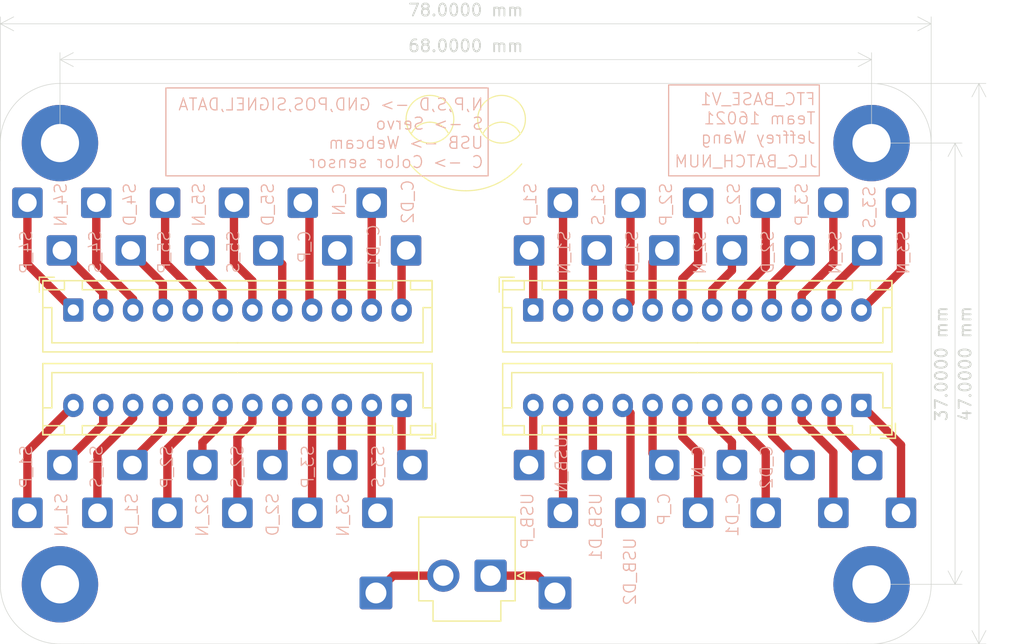
<source format=kicad_pcb>
(kicad_pcb (version 20240108) (generator "pcbnew") (generator_version "8.0")
  (layers (0 "F.Cu" signal) (31 "B.Cu" signal) (34 "B.Paste" user) (35 "F.Paste" user) (36 "B.SilkS" user "B.Silkscreen") (37 "F.SilkS" user "F.Silkscreen") (38 "B.Mask" user) (39 "F.Mask" user) (44 "Edge.Cuts" user))
  (net 0 "")
  (net 1 "Net-(C1-1-Pin_1)")
  (net 2 "Net-(C1-2-Pin_1)")
  (net 3 "Net-(C1-3-Pin_1)")
  (net 4 "Net-(C1-4-Pin_1)")
  (net 5 "Net-(C1-5-Pin_1)")
  (net 6 "Net-(C1-6-Pin_1)")
  (net 7 "Net-(C1-7-Pin_1)")
  (net 8 "Net-(C1-8-Pin_1)")
  (net 9 "Net-(C1-9-Pin_1)")
  (net 10 "Net-(C1-10-Pin_1)")
  (net 11 "Net-(C1-11-Pin_1)")
  (net 12 "Net-(C1-12-Pin_1)")
  (net 13 "Net-(C2-1-Pin_1)")
  (net 14 "Net-(C2-2-Pin_1)")
  (net 15 "Net-(C2-3-Pin_1)")
  (net 16 "Net-(C2-4-Pin_1)")
  (net 17 "Net-(C2-5-Pin_1)")
  (net 18 "Net-(C2-6-Pin_1)")
  (net 19 "Net-(C2-7-Pin_1)")
  (net 20 "Net-(C2-8-Pin_1)")
  (net 21 "Net-(C2-9-Pin_1)")
  (net 22 "Net-(C2-10-Pin_1)")
  (net 23 "Net-(C2-11-Pin_1)")
  (net 24 "Net-(C2-12-Pin_1)")
  (net 25 "Net-(C3-1-Pin_1)")
  (net 26 "Net-(C3-2-Pin_1)")
  (net 27 "Net-(C3-3-Pin_1)")
  (net 28 "Net-(C3-4-Pin_1)")
  (net 29 "Net-(C3-5-Pin_1)")
  (net 30 "Net-(C3-6-Pin_1)")
  (net 31 "Net-(C3-7-Pin_1)")
  (net 32 "Net-(C3-8-Pin_1)")
  (net 33 "Net-(C3-9-Pin_1)")
  (net 34 "Net-(C3-10-Pin_1)")
  (net 35 "Net-(C3-11-Pin_1)")
  (net 36 "Net-(C3-12-Pin_1)")
  (net 37 "Net-(C4-1-Pin_1)")
  (net 38 "Net-(C4-2-Pin_1)")
  (net 39 "Net-(C4-3-Pin_1)")
  (net 40 "Net-(C4-4-Pin_1)")
  (net 41 "Net-(C4-5-Pin_1)")
  (net 42 "Net-(C4-6-Pin_1)")
  (net 43 "Net-(C4-7-Pin_1)")
  (net 44 "Net-(C4-8-Pin_1)")
  (net 45 "Net-(C4-9-Pin_1)")
  (net 46 "Net-(C4-10-Pin_1)")
  (net 47 "Net-(C4-11-Pin_1)")
  (net 48 "Net-(C4-12-Pin_1)")
  (net 49 "Net-(C5-1-Pin_1)")
  (net 50 "Net-(C5-2-Pin_1)")
  (footprint "Connector_JST:JST_XH_B12B-XH-A_1x12_P2.50mm_Vertical" (layer "F.Cu") (at 218.653346 55)
    (property "Reference" "J2" (hide yes))
    (property "Value" "Conn_01x12_Pin")
    (pad "1" thru_hole roundrect (at 0 0) (size 1.7 1.95) (drill 0.95) (layers "*.Cu" "*.Mask") (roundrect_rratio 0.147059) (net 13 "Net-(C2-1-Pin_1)"))
    (pad "2" thru_hole oval (at 2.5 0) (size 1.7 1.95) (drill 0.95) (layers "*.Cu" "*.Mask") (net 14 "Net-(C2-2-Pin_1)"))
    (pad "3" thru_hole oval (at 5 0) (size 1.7 1.95) (drill 0.95) (layers "*.Cu" "*.Mask") (net 15 "Net-(C2-3-Pin_1)"))
    (pad "4" thru_hole oval (at 7.5 0) (size 1.7 1.95) (drill 0.95) (layers "*.Cu" "*.Mask") (net 16 "Net-(C2-4-Pin_1)"))
    (pad "5" thru_hole oval (at 10 0) (size 1.7 1.95) (drill 0.95) (layers "*.Cu" "*.Mask") (net 17 "Net-(C2-5-Pin_1)"))
    (pad "6" thru_hole oval (at 12.5 0) (size 1.7 1.95) (drill 0.95) (layers "*.Cu" "*.Mask") (net 18 "Net-(C2-6-Pin_1)"))
    (pad "7" thru_hole oval (at 15 0) (size 1.7 1.95) (drill 0.95) (layers "*.Cu" "*.Mask") (net 19 "Net-(C2-7-Pin_1)"))
    (pad "8" thru_hole oval (at 17.5 0) (size 1.7 1.95) (drill 0.95) (layers "*.Cu" "*.Mask") (net 20 "Net-(C2-8-Pin_1)"))
    (pad "9" thru_hole oval (at 20 0) (size 1.7 1.95) (drill 0.95) (layers "*.Cu" "*.Mask") (net 21 "Net-(C2-9-Pin_1)"))
    (pad "10" thru_hole oval (at 22.5 0) (size 1.7 1.95) (drill 0.95) (layers "*.Cu" "*.Mask") (net 22 "Net-(C2-10-Pin_1)"))
    (pad "11" thru_hole oval (at 25 0) (size 1.7 1.95) (drill 0.95) (layers "*.Cu" "*.Mask") (net 23 "Net-(C2-11-Pin_1)"))
    (pad "12" thru_hole oval (at 27.5 0) (size 1.7 1.95) (drill 0.95) (layers "*.Cu" "*.Mask") (net 24 "Net-(C2-12-Pin_1)"))
  )
  (footprint "Connector_JST:JST_XH_B12B-XH-A_1x12_P2.50mm_Vertical" (layer "F.Cu") (at 207.622724 63 180)
    (property "Reference" "J3" (hide yes))
    (property "Value" "Conn_01x12_Pin")
    (pad "1" thru_hole roundrect (at 0 0 180) (size 1.7 1.95) (drill 0.95) (layers "*.Cu" "*.Mask") (roundrect_rratio 0.147059) (net 37 "Net-(C4-1-Pin_1)"))
    (pad "2" thru_hole oval (at 2.5 0 180) (size 1.7 1.95) (drill 0.95) (layers "*.Cu" "*.Mask") (net 38 "Net-(C4-2-Pin_1)"))
    (pad "3" thru_hole oval (at 5 0 180) (size 1.7 1.95) (drill 0.95) (layers "*.Cu" "*.Mask") (net 39 "Net-(C4-3-Pin_1)"))
    (pad "4" thru_hole oval (at 7.5 0 180) (size 1.7 1.95) (drill 0.95) (layers "*.Cu" "*.Mask") (net 40 "Net-(C4-4-Pin_1)"))
    (pad "5" thru_hole oval (at 10 0 180) (size 1.7 1.95) (drill 0.95) (layers "*.Cu" "*.Mask") (net 41 "Net-(C4-5-Pin_1)"))
    (pad "6" thru_hole oval (at 12.5 0 180) (size 1.7 1.95) (drill 0.95) (layers "*.Cu" "*.Mask") (net 42 "Net-(C4-6-Pin_1)"))
    (pad "7" thru_hole oval (at 15 0 180) (size 1.7 1.95) (drill 0.95) (layers "*.Cu" "*.Mask") (net 43 "Net-(C4-7-Pin_1)"))
    (pad "8" thru_hole oval (at 17.5 0 180) (size 1.7 1.95) (drill 0.95) (layers "*.Cu" "*.Mask") (net 44 "Net-(C4-8-Pin_1)"))
    (pad "9" thru_hole oval (at 20 0 180) (size 1.7 1.95) (drill 0.95) (layers "*.Cu" "*.Mask") (net 45 "Net-(C4-9-Pin_1)"))
    (pad "10" thru_hole oval (at 22.5 0 180) (size 1.7 1.95) (drill 0.95) (layers "*.Cu" "*.Mask") (net 46 "Net-(C4-10-Pin_1)"))
    (pad "11" thru_hole oval (at 25 0 180) (size 1.7 1.95) (drill 0.95) (layers "*.Cu" "*.Mask") (net 47 "Net-(C4-11-Pin_1)"))
    (pad "12" thru_hole oval (at 27.5 0 180) (size 1.7 1.95) (drill 0.95) (layers "*.Cu" "*.Mask") (net 48 "Net-(C4-12-Pin_1)"))
  )
  (footprint "MountingHole:MountingHole_3.2mm_M3_Pad_TopBottom" (layer "F.Cu") (at 179 78)
    (property "Reference" "REF**" (hide yes))
    (property "Value" "MountingHole_3.2mm_M3_Pad_TopBottom" (hide yes))
    (pad "1" thru_hole circle (at 0 0) (size 3.6 3.6) (drill 3.2) (layers "*.Cu" "*.Mask"))
    (pad "1" connect circle (at 0 0) (size 6.4 6.4) (layers "F.Cu" "F.Mask"))
    (pad "1" connect circle (at 0 0) (size 6.4 6.4) (layers "B.Cu" "B.Mask"))
  )
  (footprint "MountingHole:MountingHole_3.2mm_M3_Pad_TopBottom" (layer "F.Cu") (at 179 41)
    (property "Reference" "REF**" (hide yes))
    (property "Value" "MountingHole_3.2mm_M3_Pad_TopBottom" (hide yes))
    (pad "1" thru_hole circle (at 0 0) (size 3.6 3.6) (drill 3.2) (layers "*.Cu" "*.Mask"))
    (pad "1" connect circle (at 0 0) (size 6.4 6.4) (layers "F.Cu" "F.Mask"))
    (pad "1" connect circle (at 0 0) (size 6.4 6.4) (layers "B.Cu" "B.Mask"))
  )
  (footprint "MountingHole:MountingHole_3.2mm_M3_Pad_TopBottom" (layer "F.Cu") (at 247 41)
    (property "Reference" "REF**" (hide yes))
    (property "Value" "MountingHole_3.2mm_M3_Pad_TopBottom" (hide yes))
    (pad "1" thru_hole circle (at 0 0) (size 3.6 3.6) (drill 3.2) (layers "*.Cu" "*.Mask"))
    (pad "1" connect circle (at 0 0) (size 6.4 6.4) (layers "F.Cu" "F.Mask"))
    (pad "1" connect circle (at 0 0) (size 6.4 6.4) (layers "B.Cu" "B.Mask"))
  )
  (footprint "Connector_JST:JST_XH_B12B-XH-A_1x12_P2.50mm_Vertical" (layer "F.Cu") (at 180.122724 55)
    (property "Reference" "J4" (hide yes))
    (property "Value" "Conn_01x12_Pin")
    (pad "1" thru_hole roundrect (at 0 0) (size 1.7 1.95) (drill 0.95) (layers "*.Cu" "*.Mask") (roundrect_rratio 0.147059) (net 25 "Net-(C3-1-Pin_1)"))
    (pad "2" thru_hole oval (at 2.5 0) (size 1.7 1.95) (drill 0.95) (layers "*.Cu" "*.Mask") (net 26 "Net-(C3-2-Pin_1)"))
    (pad "3" thru_hole oval (at 5 0) (size 1.7 1.95) (drill 0.95) (layers "*.Cu" "*.Mask") (net 27 "Net-(C3-3-Pin_1)"))
    (pad "4" thru_hole oval (at 7.5 0) (size 1.7 1.95) (drill 0.95) (layers "*.Cu" "*.Mask") (net 28 "Net-(C3-4-Pin_1)"))
    (pad "5" thru_hole oval (at 10 0) (size 1.7 1.95) (drill 0.95) (layers "*.Cu" "*.Mask") (net 29 "Net-(C3-5-Pin_1)"))
    (pad "6" thru_hole oval (at 12.5 0) (size 1.7 1.95) (drill 0.95) (layers "*.Cu" "*.Mask") (net 30 "Net-(C3-6-Pin_1)"))
    (pad "7" thru_hole oval (at 15 0) (size 1.7 1.95) (drill 0.95) (layers "*.Cu" "*.Mask") (net 31 "Net-(C3-7-Pin_1)"))
    (pad "8" thru_hole oval (at 17.5 0) (size 1.7 1.95) (drill 0.95) (layers "*.Cu" "*.Mask") (net 32 "Net-(C3-8-Pin_1)"))
    (pad "9" thru_hole oval (at 20 0) (size 1.7 1.95) (drill 0.95) (layers "*.Cu" "*.Mask") (net 33 "Net-(C3-9-Pin_1)"))
    (pad "10" thru_hole oval (at 22.5 0) (size 1.7 1.95) (drill 0.95) (layers "*.Cu" "*.Mask") (net 34 "Net-(C3-10-Pin_1)"))
    (pad "11" thru_hole oval (at 25 0) (size 1.7 1.95) (drill 0.95) (layers "*.Cu" "*.Mask") (net 35 "Net-(C3-11-Pin_1)"))
    (pad "12" thru_hole oval (at 27.5 0) (size 1.7 1.95) (drill 0.95) (layers "*.Cu" "*.Mask") (net 36 "Net-(C3-12-Pin_1)"))
  )
  (footprint "Connector_JST:JST_XH_B12B-XH-A_1x12_P2.50mm_Vertical" (layer "F.Cu") (at 246.153346 63 180)
    (property "Reference" "J1" (hide yes))
    (property "Value" "Conn_01x12_Pin")
    (pad "1" thru_hole roundrect (at 0 0 180) (size 1.7 1.95) (drill 0.95) (layers "*.Cu" "*.Mask") (roundrect_rratio 0.147059) (net 1 "Net-(C1-1-Pin_1)"))
    (pad "2" thru_hole oval (at 2.5 0 180) (size 1.7 1.95) (drill 0.95) (layers "*.Cu" "*.Mask") (net 2 "Net-(C1-2-Pin_1)"))
    (pad "3" thru_hole oval (at 5 0 180) (size 1.7 1.95) (drill 0.95) (layers "*.Cu" "*.Mask") (net 3 "Net-(C1-3-Pin_1)"))
    (pad "4" thru_hole oval (at 7.5 0 180) (size 1.7 1.95) (drill 0.95) (layers "*.Cu" "*.Mask") (net 4 "Net-(C1-4-Pin_1)"))
    (pad "5" thru_hole oval (at 10 0 180) (size 1.7 1.95) (drill 0.95) (layers "*.Cu" "*.Mask") (net 5 "Net-(C1-5-Pin_1)"))
    (pad "6" thru_hole oval (at 12.5 0 180) (size 1.7 1.95) (drill 0.95) (layers "*.Cu" "*.Mask") (net 6 "Net-(C1-6-Pin_1)"))
    (pad "7" thru_hole oval (at 15 0 180) (size 1.7 1.95) (drill 0.95) (layers "*.Cu" "*.Mask") (net 7 "Net-(C1-7-Pin_1)"))
    (pad "8" thru_hole oval (at 17.5 0 180) (size 1.7 1.95) (drill 0.95) (layers "*.Cu" "*.Mask") (net 8 "Net-(C1-8-Pin_1)"))
    (pad "9" thru_hole oval (at 20 0 180) (size 1.7 1.95) (drill 0.95) (layers "*.Cu" "*.Mask") (net 9 "Net-(C1-9-Pin_1)"))
    (pad "10" thru_hole oval (at 22.5 0 180) (size 1.7 1.95) (drill 0.95) (layers "*.Cu" "*.Mask") (net 10 "Net-(C1-10-Pin_1)"))
    (pad "11" thru_hole oval (at 25 0 180) (size 1.7 1.95) (drill 0.95) (layers "*.Cu" "*.Mask") (net 11 "Net-(C1-11-Pin_1)"))
    (pad "12" thru_hole oval (at 27.5 0 180) (size 1.7 1.95) (drill 0.95) (layers "*.Cu" "*.Mask") (net 12 "Net-(C1-12-Pin_1)"))
  )
  (footprint "Connector_JST:JST_VH_B2P-VH-B_1x02_P3.96mm_Vertical" (layer "F.Cu") (at 215.080832 77.275 180)
    (property "Reference" "J5" (hide yes))
    (property "Value" "Conn_01x02_Pin")
    (pad "1" thru_hole roundrect (at 0 0 180) (size 2.7 2.7) (drill 1.7) (layers "*.Cu" "*.Mask") (roundrect_rratio 0.092593) (net 49 "Net-(C5-1-Pin_1)"))
    (pad "2" thru_hole circle (at 3.96 0 180) (size 2.7 2.7) (drill 1.7) (layers "*.Cu" "*.Mask") (net 50 "Net-(C5-2-Pin_1)"))
  )
  (footprint "MountingHole:MountingHole_3.2mm_M3_Pad_TopBottom" (layer "F.Cu") (at 247 78)
    (property "Reference" "REF**" (hide yes))
    (property "Value" "MountingHole_3.2mm_M3_Pad_TopBottom" (hide yes))
    (pad "1" thru_hole circle (at 0 0) (size 3.6 3.6) (drill 3.2) (layers "*.Cu" "*.Mask"))
    (pad "1" connect circle (at 0 0) (size 6.4 6.4) (layers "F.Cu" "F.Mask"))
    (pad "1" connect circle (at 0 0) (size 6.4 6.4) (layers "B.Cu" "B.Mask"))
  )
  (footprint "Connector_Wire:SolderWire-0.75sqmm_1x01_D1.25mm_OD2.3mm" (layer "B.Cu") (at 176.272724 46)
    (property "Reference" "C3-1" (hide yes))
    (property "Value" "Conn_01x01_Pin" (hide yes))
    (pad "1" thru_hole roundrect (at 0 0) (size 2.55 2.55) (drill 1.55) (layers "*.Cu" "*.Mask") (roundrect_rratio 0.098039) (net 25 "Net-(C3-1-Pin_1)"))
  )
  (footprint "Connector_Wire:SolderWire-0.75sqmm_1x01_D1.25mm_OD2.3mm" (layer "B.Cu") (at 190.694209 50 -90)
    (property "Reference" "C3-6" (hide yes))
    (property "Value" "Conn_01x01_Pin" (hide yes))
    (pad "1" thru_hole roundrect (at 0 0 270) (size 2.55 2.55) (drill 1.55) (layers "*.Cu" "*.Mask") (roundrect_rratio 0.098039) (net 30 "Net-(C3-6-Pin_1)"))
  )
  (footprint "Connector_Wire:SolderWire-0.75sqmm_1x01_D1.25mm_OD2.3mm" (layer "B.Cu") (at 196.80007 68 90)
    (property "Reference" "C4-5" (hide yes))
    (property "Value" "Conn_01x01_Pin" (hide yes))
    (pad "1" thru_hole roundrect (at 0 0 90) (size 2.55 2.55) (drill 1.55) (layers "*.Cu" "*.Mask") (roundrect_rratio 0.098039) (net 41 "Net-(C4-5-Pin_1)"))
  )
  (footprint "Connector_Wire:SolderWire-0.75sqmm_1x01_D1.25mm_OD2.3mm" (layer "B.Cu") (at 205.597504 72 90)
    (property "Reference" "C4-2" (hide yes))
    (property "Value" "Conn_01x01_Pin" (hide yes))
    (pad "1" thru_hole roundrect (at 0 0 90) (size 2.55 2.55) (drill 1.55) (layers "*.Cu" "*.Mask") (roundrect_rratio 0.098039) (net 38 "Net-(C4-2-Pin_1)"))
  )
  (footprint "Connector_Wire:SolderWire-0.75sqmm_1x01_D1.25mm_OD2.3mm" (layer "B.Cu") (at 240.97001 68 90)
    (property "Reference" "C1-4" (hide yes))
    (property "Value" "Conn_01x01_Pin" (hide yes))
    (pad "1" thru_hole roundrect (at 0 0 90) (size 2.55 2.55) (drill 1.55) (layers "*.Cu" "*.Mask") (roundrect_rratio 0.098039) (net 4 "Net-(C1-4-Pin_1)"))
  )
  (footprint "Connector_Wire:SolderWire-0.75sqmm_1x01_D1.25mm_OD2.3mm" (layer "B.Cu") (at 229.636678 50 -90)
    (property "Reference" "C2-5" (hide yes))
    (property "Value" "Conn_01x01_Pin" (hide yes))
    (pad "1" thru_hole roundrect (at 0 0 270) (size 2.55 2.55) (drill 1.55) (layers "*.Cu" "*.Mask") (roundrect_rratio 0.098039) (net 17 "Net-(C2-5-Pin_1)"))
  )
  (footprint "Connector_Wire:SolderWire-0.75sqmm_1x01_D1.25mm_OD2.3mm" (layer "B.Cu") (at 218.303346 68)
    (property "Reference" "C1-12" (hide yes))
    (property "Value" "Conn_01x01_Pin" (hide yes))
    (pad "1" thru_hole roundrect (at 0 0) (size 2.55 2.55) (drill 1.55) (layers "*.Cu" "*.Mask") (roundrect_rratio 0.098039) (net 12 "Net-(C1-12-Pin_1)"))
  )
  (footprint "Connector_Wire:SolderWire-0.75sqmm_1x01_D1.25mm_OD2.3mm" (layer "B.Cu") (at 190.935114 68 90)
    (property "Reference" "C4-7" (hide yes))
    (property "Value" "Conn_01x01_Pin" (hide yes))
    (pad "1" thru_hole roundrect (at 0 0 90) (size 2.55 2.55) (drill 1.55) (layers "*.Cu" "*.Mask") (roundrect_rratio 0.098039) (net 43 "Net-(C4-7-Pin_1)"))
  )
  (footprint "Connector_Wire:SolderWire-0.75sqmm_1x01_D1.25mm_OD2.3mm" (layer "B.Cu") (at 187.809912 46 -90)
    (property "Reference" "C3-5" (hide yes))
    (property "Value" "Conn_01x01_Pin" (hide yes))
    (pad "1" thru_hole roundrect (at 0 0 270) (size 2.55 2.55) (drill 1.55) (layers "*.Cu" "*.Mask") (roundrect_rratio 0.098039) (net 29 "Net-(C3-5-Pin_1)"))
  )
  (footprint "Connector_Wire:SolderWire-0.75sqmm_1x01_D1.25mm_OD2.3mm" (layer "B.Cu") (at 179.157021 50 -90)
    (property "Reference" "C3-2" (hide yes))
    (property "Value" "Conn_01x01_Pin" (hide yes))
    (pad "1" thru_hole roundrect (at 0 0 270) (size 2.55 2.55) (drill 1.55) (layers "*.Cu" "*.Mask") (roundrect_rratio 0.098039) (net 26 "Net-(C3-2-Pin_1)"))
  )
  (footprint "Connector_Wire:SolderWire-0.75sqmm_1x01_D1.25mm_OD2.3mm" (layer "B.Cu") (at 182.13768 72 90)
    (property "Reference" "C4-10" (hide yes))
    (property "Value" "Conn_01x01_Pin" (hide yes))
    (pad "1" thru_hole roundrect (at 0 0 90) (size 2.55 2.55) (drill 1.55) (layers "*.Cu" "*.Mask") (roundrect_rratio 0.098039) (net 46 "Net-(C4-10-Pin_1)"))
  )
  (footprint "Connector_Wire:SolderWire-0.75sqmm_1x01_D1.25mm_OD2.3mm" (layer "B.Cu") (at 226.803345 46 -90)
    (property "Reference" "C2-4" (hide yes))
    (property "Value" "Conn_01x01_Pin" (hide yes))
    (pad "1" thru_hole roundrect (at 0 0 270) (size 2.55 2.55) (drill 1.55) (layers "*.Cu" "*.Mask") (roundrect_rratio 0.098039) (net 16 "Net-(C2-4-Pin_1)"))
  )
  (footprint "Connector_Wire:SolderWire-0.75sqmm_1x01_D1.25mm_OD2.3mm" (layer "B.Cu") (at 223.970012 68 90)
    (property "Reference" "C1-10" (hide yes))
    (property "Value" "Conn_01x01_Pin" (hide yes))
    (pad "1" thru_hole roundrect (at 0 0 90) (size 2.55 2.55) (drill 1.55) (layers "*.Cu" "*.Mask") (roundrect_rratio 0.098039) (net 10 "Net-(C1-10-Pin_1)"))
  )
  (footprint "Connector_Wire:SolderWire-0.75sqmm_1x01_D1.25mm_OD2.3mm" (layer "B.Cu") (at 235.303344 68 90)
    (property "Reference" "C1-6" (hide yes))
    (property "Value" "Conn_01x01_Pin" (hide yes))
    (pad "1" thru_hole roundrect (at 0 0 90) (size 2.55 2.55) (drill 1.55) (layers "*.Cu" "*.Mask") (roundrect_rratio 0.098039) (net 6 "Net-(C1-6-Pin_1)"))
  )
  (footprint "Connector_Wire:SolderWire-0.75sqmm_1x01_D1.25mm_OD2.3mm" (layer "B.Cu") (at 249.470009 46 -90)
    (property "Reference" "C2-12" (hide yes))
    (property "Value" "Conn_01x01_Pin" (hide yes))
    (pad "1" thru_hole roundrect (at 0 0 270) (size 2.55 2.55) (drill 1.55) (layers "*.Cu" "*.Mask") (roundrect_rratio 0.098039) (net 24 "Net-(C2-12-Pin_1)"))
  )
  (footprint "Connector_Wire:SolderWire-0.75sqmm_1x01_D1.25mm_OD2.3mm" (layer "B.Cu") (at 246.636676 68 90)
    (property "Reference" "C1-2" (hide yes))
    (property "Value" "Conn_01x01_Pin" (hide yes))
    (pad "1" thru_hole roundrect (at 0 0 90) (size 2.55 2.55) (drill 1.55) (layers "*.Cu" "*.Mask") (roundrect_rratio 0.098039) (net 2 "Net-(C1-2-Pin_1)"))
  )
  (footprint "Connector_Wire:SolderWire-0.75sqmm_1x01_D1.25mm_OD2.3mm" (layer "B.Cu") (at 238.136677 46 -90)
    (property "Reference" "C2-8" (hide yes))
    (property "Value" "Conn_01x01_Pin" (hide yes))
    (pad "1" thru_hole roundrect (at 0 0 270) (size 2.55 2.55) (drill 1.55) (layers "*.Cu" "*.Mask") (roundrect_rratio 0.098039) (net 20 "Net-(C2-8-Pin_1)"))
  )
  (footprint "Connector_Wire:SolderWire-0.75sqmm_1x01_D1.25mm_OD2.3mm" (layer "B.Cu") (at 243.803343 72 90)
    (property "Reference" "C1-3" (hide yes))
    (property "Value" "Conn_01x01_Pin" (hide yes))
    (pad "1" thru_hole roundrect (at 0 0 90) (size 2.55 2.55) (drill 1.55) (layers "*.Cu" "*.Mask") (roundrect_rratio 0.098039) (net 3 "Net-(C1-3-Pin_1)"))
  )
  (footprint "Connector_Wire:SolderWire-1sqmm_1x01_D1.4mm_OD2.7mm" (layer "B.Cu") (at 220.475 78.725 90)
    (property "Reference" "C5-1" (hide yes))
    (property "Value" "Conn_01x01_Pin" (hide yes))
    (pad "1" thru_hole roundrect (at 0 0 90) (size 2.75 2.75) (drill 1.75) (layers "*.Cu" "*.Mask") (roundrect_rratio 0.090909) (net 49 "Net-(C5-1-Pin_1)"))
  )
  (footprint "Connector_Wire:SolderWire-0.75sqmm_1x01_D1.25mm_OD2.3mm" (layer "B.Cu") (at 226.803345 72 90)
    (property "Reference" "C1-9" (hide yes))
    (property "Value" "Conn_01x01_Pin" (hide yes))
    (pad "1" thru_hole roundrect (at 0 0 90) (size 2.55 2.55) (drill 1.55) (layers "*.Cu" "*.Mask") (roundrect_rratio 0.098039) (net 9 "Net-(C1-9-Pin_1)"))
  )
  (footprint "Connector_Wire:SolderWire-0.75sqmm_1x01_D1.25mm_OD2.3mm" (layer "B.Cu") (at 199.732548 72 90)
    (property "Reference" "C4-4" (hide yes))
    (property "Value" "Conn_01x01_Pin" (hide yes))
    (pad "1" thru_hole roundrect (at 0 0 90) (size 2.55 2.55) (drill 1.55) (layers "*.Cu" "*.Mask") (roundrect_rratio 0.098039) (net 40 "Net-(C4-4-Pin_1)"))
  )
  (footprint "Connector_Wire:SolderWire-0.75sqmm_1x01_D1.25mm_OD2.3mm" (layer "B.Cu") (at 218.303345 50)
    (property "Reference" "C2-1" (hide yes))
    (property "Value" "Conn_01x01_Pin" (hide yes))
    (pad "1" thru_hole roundrect (at 0 0) (size 2.55 2.55) (drill 1.55) (layers "*.Cu" "*.Mask") (roundrect_rratio 0.098039) (net 13 "Net-(C2-1-Pin_1)"))
  )
  (footprint "Connector_Wire:SolderWire-0.75sqmm_1x01_D1.25mm_OD2.3mm" (layer "B.Cu") (at 221.136679 72 90)
    (property "Reference" "C1-11" (hide yes))
    (property "Value" "Conn_01x01_Pin" (hide yes))
    (pad "1" thru_hole roundrect (at 0 0 90) (size 2.55 2.55) (drill 1.55) (layers "*.Cu" "*.Mask") (roundrect_rratio 0.098039) (net 11 "Net-(C1-11-Pin_1)"))
  )
  (footprint "Connector_Wire:SolderWire-0.75sqmm_1x01_D1.25mm_OD2.3mm" (layer "B.Cu") (at 185.070158 68 90)
    (property "Reference" "C4-9" (hide yes))
    (property "Value" "Conn_01x01_Pin" (hide yes))
    (pad "1" thru_hole roundrect (at 0 0 90) (size 2.55 2.55) (drill 1.55) (layers "*.Cu" "*.Mask") (roundrect_rratio 0.098039) (net 45 "Net-(C4-9-Pin_1)"))
  )
  (footprint "Connector_Wire:SolderWire-0.75sqmm_1x01_D1.25mm_OD2.3mm" (layer "B.Cu") (at 208.529982 68 90)
    (property "Reference" "C4-1" (hide yes))
    (property "Value" "Conn_01x01_Pin" (hide yes))
    (pad "1" thru_hole roundrect (at 0 0 90) (size 2.55 2.55) (drill 1.55) (layers "*.Cu" "*.Mask") (roundrect_rratio 0.098039) (net 37 "Net-(C4-1-Pin_1)"))
  )
  (footprint "Connector_Wire:SolderWire-0.75sqmm_1x01_D1.25mm_OD2.3mm" (layer "B.Cu") (at 249.470009 72 90)
    (property "Reference" "C1-1" (hide yes))
    (property "Value" "Conn_01x01_Pin" (hide yes))
    (pad "1" thru_hole roundrect (at 0 0 90) (size 2.55 2.55) (drill 1.55) (layers "*.Cu" "*.Mask") (roundrect_rratio 0.098039) (net 1 "Net-(C1-1-Pin_1)"))
  )
  (footprint "Connector_Wire:SolderWire-0.75sqmm_1x01_D1.25mm_OD2.3mm" (layer "B.Cu") (at 221.136679 46 -90)
    (property "Reference" "C2-2" (hide yes))
    (property "Value" "Conn_01x01_Pin" (hide yes))
    (pad "1" thru_hole roundrect (at 0 0 270) (size 2.55 2.55) (drill 1.55) (layers "*.Cu" "*.Mask") (roundrect_rratio 0.098039) (net 14 "Net-(C2-2-Pin_1)"))
  )
  (footprint "Connector_Wire:SolderWire-0.75sqmm_1x01_D1.25mm_OD2.3mm" (layer "B.Cu") (at 193.578506 46 -90)
    (property "Reference" "C3-7" (hide yes))
    (property "Value" "Conn_01x01_Pin" (hide yes))
    (pad "1" thru_hole roundrect (at 0 0 270) (size 2.55 2.55) (drill 1.55) (layers "*.Cu" "*.Mask") (roundrect_rratio 0.098039) (net 31 "Net-(C3-7-Pin_1)"))
  )
  (footprint "Connector_Wire:SolderWire-0.75sqmm_1x01_D1.25mm_OD2.3mm" (layer "B.Cu") (at 205.115694 46 -90)
    (property "Reference" "C3-11" (hide yes))
    (property "Value" "Conn_01x01_Pin" (hide yes))
    (pad "1" thru_hole roundrect (at 0 0 270) (size 2.55 2.55) (drill 1.55) (layers "*.Cu" "*.Mask") (roundrect_rratio 0.098039) (net 35 "Net-(C3-11-Pin_1)"))
  )
  (footprint "Connector_Wire:SolderWire-0.75sqmm_1x01_D1.25mm_OD2.3mm" (layer "B.Cu") (at 176.272724 72)
    (property "Reference" "C4-12" (hide yes))
    (property "Value" "Conn_01x01_Pin" (hide yes))
    (pad "1" thru_hole roundrect (at 0 0) (size 2.55 2.55) (drill 1.55) (layers "*.Cu" "*.Mask") (roundrect_rratio 0.098039) (net 48 "Net-(C4-12-Pin_1)"))
  )
  (footprint "Connector_Wire:SolderWire-0.75sqmm_1x01_D1.25mm_OD2.3mm" (layer "B.Cu") (at 232.470011 46 -90)
    (property "Reference" "C2-6" (hide yes))
    (property "Value" "Conn_01x01_Pin" (hide yes))
    (pad "1" thru_hole roundrect (at 0 0 270) (size 2.55 2.55) (drill 1.55) (layers "*.Cu" "*.Mask") (roundrect_rratio 0.098039) (net 18 "Net-(C2-6-Pin_1)"))
  )
  (footprint "Connector_Wire:SolderWire-0.75sqmm_1x01_D1.25mm_OD2.3mm" (layer "B.Cu") (at 182.041318 46 -90)
    (property "Reference" "C3-3" (hide yes))
    (property "Value" "Conn_01x01_Pin" (hide yes))
    (pad "1" thru_hole roundrect (at 0 0 270) (size 2.55 2.55) (drill 1.55) (layers "*.Cu" "*.Mask") (roundrect_rratio 0.098039) (net 27 "Net-(C3-3-Pin_1)"))
  )
  (footprint "Connector_Wire:SolderWire-0.75sqmm_1x01_D1.25mm_OD2.3mm" (layer "B.Cu") (at 196.462803 50 -90)
    (property "Reference" "C3-8" (hide yes))
    (property "Value" "Conn_01x01_Pin" (hide yes))
    (pad "1" thru_hole roundrect (at 0 0 270) (size 2.55 2.55) (drill 1.55) (layers "*.Cu" "*.Mask") (roundrect_rratio 0.098039) (net 32 "Net-(C3-8-Pin_1)"))
  )
  (footprint "Connector_Wire:SolderWire-0.75sqmm_1x01_D1.25mm_OD2.3mm" (layer "B.Cu") (at 179.205202 68 90)
    (property "Reference" "C4-11" (hide yes))
    (property "Value" "Conn_01x01_Pin" (hide yes))
    (pad "1" thru_hole roundrect (at 0 0 90) (size 2.55 2.55) (drill 1.55) (layers "*.Cu" "*.Mask") (roundrect_rratio 0.098039) (net 47 "Net-(C4-11-Pin_1)"))
  )
  (footprint "Connector_Wire:SolderWire-1sqmm_1x01_D1.4mm_OD2.7mm" (layer "B.Cu") (at 205.475 78.725 90)
    (property "Reference" "C5-2" (hide yes))
    (property "Value" "Conn_01x01_Pin" (hide yes))
    (pad "1" thru_hole roundrect (at 0 0 90) (size 2.75 2.75) (drill 1.75) (layers "*.Cu" "*.Mask") (roundrect_rratio 0.090909) (net 50 "Net-(C5-2-Pin_1)"))
  )
  (footprint "Connector_Wire:SolderWire-0.75sqmm_1x01_D1.25mm_OD2.3mm" (layer "B.Cu") (at 193.867592 72 90)
    (property "Reference" "C4-6" (hide yes))
    (property "Value" "Conn_01x01_Pin" (hide yes))
    (pad "1" thru_hole roundrect (at 0 0 90) (size 2.55 2.55) (drill 1.55) (layers "*.Cu" "*.Mask") (roundrect_rratio 0.098039) (net 42 "Net-(C4-6-Pin_1)"))
  )
  (footprint "Connector_Wire:SolderWire-0.75sqmm_1x01_D1.25mm_OD2.3mm" (layer "B.Cu") (at 235.303344 50 -90)
    (property "Reference" "C2-7" (hide yes))
    (property "Value" "Conn_01x01_Pin" (hide yes))
    (pad "1" thru_hole roundrect (at 0 0 270) (size 2.55 2.55) (drill 1.55) (layers "*.Cu" "*.Mask") (roundrect_rratio 0.098039) (net 19 "Net-(C2-7-Pin_1)"))
  )
  (footprint "Connector_Wire:SolderWire-0.75sqmm_1x01_D1.25mm_OD2.3mm" (layer "B.Cu") (at 229.636678 68 90)
    (property "Reference" "C1-8" (hide yes))
    (property "Value" "Conn_01x01_Pin" (hide yes))
    (pad "1" thru_hole roundrect (at 0 0 90) (size 2.55 2.55) (drill 1.55) (layers "*.Cu" "*.Mask") (roundrect_rratio 0.098039) (net 8 "Net-(C1-8-Pin_1)"))
  )
  (footprint "Connector_Wire:SolderWire-0.75sqmm_1x01_D1.25mm_OD2.3mm" (layer "B.Cu") (at 199.3471 46 -90)
    (property "Reference" "C3-9" (hide yes))
    (property "Value" "Conn_01x01_Pin" (hide yes))
    (pad "1" thru_hole roundrect (at 0 0 270) (size 2.55 2.55) (drill 1.55) (layers "*.Cu" "*.Mask") (roundrect_rratio 0.098039) (net 33 "Net-(C3-9-Pin_1)"))
  )
  (footprint "Connector_Wire:SolderWire-0.75sqmm_1x01_D1.25mm_OD2.3mm" (layer "B.Cu") (at 207.999991 50 -90)
    (property "Reference" "C3-12" (hide yes))
    (property "Value" "Conn_01x01_Pin" (hide yes))
    (pad "1" thru_hole roundrect (at 0 0 270) (size 2.55 2.55) (drill 1.55) (layers "*.Cu" "*.Mask") (roundrect_rratio 0.098039) (net 36 "Net-(C3-12-Pin_1)"))
  )
  (footprint "Connector_Wire:SolderWire-0.75sqmm_1x01_D1.25mm_OD2.3mm" (layer "B.Cu") (at 184.925615 50 -90)
    (property "Reference" "C3-4" (hide yes))
    (property "Value" "Conn_01x01_Pin" (hide yes))
    (pad "1" thru_hole roundrect (at 0 0 270) (size 2.55 2.55) (drill 1.55) (layers "*.Cu" "*.Mask") (roundrect_rratio 0.098039) (net 28 "Net-(C3-4-Pin_1)"))
  )
  (footprint "Connector_Wire:SolderWire-0.75sqmm_1x01_D1.25mm_OD2.3mm" (layer "B.Cu") (at 223.970012 50 -90)
    (property "Reference" "C2-3" (hide yes))
    (property "Value" "Conn_01x01_Pin" (hide yes))
    (pad "1" thru_hole roundrect (at 0 0 270) (size 2.55 2.55) (drill 1.55) (layers "*.Cu" "*.Mask") (roundrect_rratio 0.098039) (net 15 "Net-(C2-3-Pin_1)"))
  )
  (footprint "Connector_Wire:SolderWire-0.75sqmm_1x01_D1.25mm_OD2.3mm" (layer "B.Cu") (at 243.803343 46 -90)
    (property "Reference" "C2-10" (hide yes))
    (property "Value" "Conn_01x01_Pin" (hide yes))
    (pad "1" thru_hole roundrect (at 0 0 270) (size 2.55 2.55) (drill 1.55) (layers "*.Cu" "*.Mask") (roundrect_rratio 0.098039) (net 22 "Net-(C2-10-Pin_1)"))
  )
  (footprint "Connector_Wire:SolderWire-0.75sqmm_1x01_D1.25mm_OD2.3mm" (layer "B.Cu") (at 188.002636 72 90)
    (property "Reference" "C4-8" (hide yes))
    (property "Value" "Conn_01x01_Pin" (hide yes))
    (pad "1" thru_hole roundrect (at 0 0 90) (size 2.55 2.55) (drill 1.55) (layers "*.Cu" "*.Mask") (roundrect_rratio 0.098039) (net 44 "Net-(C4-8-Pin_1)"))
  )
  (footprint "Connector_Wire:SolderWire-0.75sqmm_1x01_D1.25mm_OD2.3mm" (layer "B.Cu") (at 232.470011 72 90)
    (property "Reference" "C1-7" (hide yes))
    (property "Value" "Conn_01x01_Pin" (hide yes))
    (pad "1" thru_hole roundrect (at 0 0 90) (size 2.55 2.55) (drill 1.55) (layers "*.Cu" "*.Mask") (roundrect_rratio 0.098039) (net 7 "Net-(C1-7-Pin_1)"))
  )
  (footprint "Connector_Wire:SolderWire-0.75sqmm_1x01_D1.25mm_OD2.3mm" (layer "B.Cu") (at 238.136677 72 90)
    (property "Reference" "C1-5" (hide yes))
    (property "Value" "Conn_01x01_Pin" (hide yes))
    (pad "1" thru_hole roundrect (at 0 0 90) (size 2.55 2.55) (drill 1.55) (layers "*.Cu" "*.Mask") (roundrect_rratio 0.098039) (net 5 "Net-(C1-5-Pin_1)"))
  )
  (footprint "Connector_Wire:SolderWire-0.75sqmm_1x01_D1.25mm_OD2.3mm" (layer "B.Cu") (at 240.97001 50 -90)
    (property "Reference" "C2-9" (hide yes))
    (property "Value" "Conn_01x01_Pin" (hide yes))
    (pad "1" thru_hole roundrect (at 0 0 270) (size 2.55 2.55) (drill 1.55) (layers "*.Cu" "*.Mask") (roundrect_rratio 0.098039) (net 21 "Net-(C2-9-Pin_1)"))
  )
  (footprint "Connector_Wire:SolderWire-0.75sqmm_1x01_D1.25mm_OD2.3mm" (layer "B.Cu") (at 246.636676 50 -90)
    (property "Reference" "C2-11" (hide yes))
    (property "Value" "Conn_01x01_Pin" (hide yes))
    (pad "1" thru_hole roundrect (at 0 0 270) (size 2.55 2.55) (drill 1.55) (layers "*.Cu" "*.Mask") (roundrect_rratio 0.098039) (net 23 "Net-(C2-11-Pin_1)"))
  )
  (footprint "Connector_Wire:SolderWire-0.75sqmm_1x01_D1.25mm_OD2.3mm" (layer "B.Cu") (at 202.665026 68 90)
    (property "Reference" "C4-3" (hide yes))
    (property "Value" "Conn_01x01_Pin" (hide yes))
    (pad "1" thru_hole roundrect (at 0 0 90) (size 2.55 2.55) (drill 1.55) (layers "*.Cu" "*.Mask") (roundrect_rratio 0.098039) (net 39 "Net-(C4-3-Pin_1)"))
  )
  (footprint "Connector_Wire:SolderWire-0.75sqmm_1x01_D1.25mm_OD2.3mm" (layer "B.Cu") (at 202.231397 50 -90)
    (property "Reference" "C3-10" (hide yes))
    (property "Value" "Conn_01x01_Pin" (hide yes))
    (pad "1" thru_hole roundrect (at 0 0 270) (size 2.55 2.55) (drill 1.55) (layers "*.Cu" "*.Mask") (roundrect_rratio 0.098039) (net 34 "Net-(C3-10-Pin_1)"))
  )
  (gr_rect (start 230 36.125) (end 242.625 43.75) (stroke (width 0.1)) (fill none) (layer "B.SilkS"))
  (gr_rect (start 187.875 36.375) (end 214.875 43.75) (stroke (width 0.1)) (fill none) (layer "B.SilkS"))
  (gr_arc (start 217.685213 42.74817) (mid 215.599132 44.407819) (end 213 45) (stroke (width 0.1)) (layer "F.SilkS"))
  (gr_circle (center 216 39) (end 216 37) (stroke (width 0.1)) (fill none) (layer "F.SilkS"))
  (gr_circle (center 210 39) (end 212 39) (stroke (width 0.1)) (fill none) (layer "F.SilkS"))
  (gr_arc (start 214.434752 40.217376) (mid 215.07997 39.511361) (end 216 39.25) (stroke (width 0.1)) (layer "F.SilkS"))
  (gr_arc (start 208.434752 40.217376) (mid 209.07997 39.511361) (end 210 39.25) (stroke (width 0.1)) (layer "F.SilkS"))
  (gr_arc (start 213 45) (mid 210.400867 44.407819) (end 208.314787 42.74817) (stroke (width 0.1)) (layer "F.SilkS"))
  (gr_arc (start 210 39.25) (mid 210.920029 39.511361) (end 211.565248 40.217376) (stroke (width 0.1)) (layer "F.SilkS"))
  (gr_arc (start 216 39.25) (mid 216.920029 39.511361) (end 217.565248 40.217376) (stroke (width 0.1)) (layer "F.SilkS"))
  (gr_line (start 174 41) (end 174 78) (stroke (width 0.05)) (layer "Edge.Cuts"))
  (gr_line (start 247 36) (end 179 36) (stroke (width 0.05)) (layer "Edge.Cuts"))
  (gr_arc (start 179 83) (mid 175.464466 81.535534) (end 174 78) (stroke (width 0.05)) (layer "Edge.Cuts"))
  (gr_line (start 245 83) (end 181 83) (stroke (width 0.05)) (layer "Edge.Cuts"))
  (gr_line (start 247 83) (end 245 83) (stroke (width 0.05)) (layer "Edge.Cuts"))
  (gr_line (start 252 78) (end 252 41) (stroke (width 0.05)) (layer "Edge.Cuts"))
  (gr_arc (start 252 78) (mid 250.535534 81.535534) (end 247 83) (stroke (width 0.05)) (layer "Edge.Cuts"))
  (gr_arc (start 174 41) (mid 175.464466 37.464466) (end 179 36) (stroke (width 0.05)) (layer "Edge.Cuts"))
  (gr_arc (start 247 36) (mid 250.535534 37.464466) (end 252 41) (stroke (width 0.05)) (layer "Edge.Cuts"))
  (gr_line (start 181 83) (end 179 83) (stroke (width 0.05)) (layer "Edge.Cuts"))
  (gr_text "S4_S" (at 182.537878 48.25 90) (layer "B.SilkS") (effects (font (size 1 1) (thickness 0.1)) (justify left bottom mirror)))
  (gr_text "S2_D" (at 238.886363 48.25 90) (layer "B.SilkS") (effects (font (size 1 1) (thickness 0.1)) (justify left bottom mirror)))
  (gr_text "C_D1" (at 235.931816 70.25 90) (layer "B.SilkS") (effects (font (size 1 1) (thickness 0.1)) (justify left bottom mirror)))
  (gr_text "S2_P" (at 188.55 66.25 90) (layer "B.SilkS") (effects (font (size 1 1) (thickness 0.1)) (justify left bottom mirror)))
  (gr_text "S2_N" (at 233.204545 48.25 90) (layer "B.SilkS") (effects (font (size 1 1) (thickness 0.1)) (justify left bottom mirror)))
  (gr_text "S3_N" (at 203.3 70.25 90) (layer "B.SilkS") (effects (font (size 1 1) (thickness 0.1)) (justify left bottom mirror)))
  (gr_text "S3_N" (at 250.25 48.25 90) (layer "B.SilkS") (effects (font (size 1 1) (thickness 0.1)) (justify left bottom mirror)))
  (gr_text "S1_S" (at 224.681818 44.25 90) (layer "B.SilkS") (effects (font (size 1 1) (thickness 0.1)) (justify left bottom mirror)))
  (gr_text "S2_S" (at 194.45 66.25 90) (layer "B.SilkS") (effects (font (size 1 1) (thickness 0.1)) (justify left bottom mirror)))
  (gr_text "N,P,S,D -> GND,POS,SIGNEL,DATA\nS -> Servo\nUSB -> Webcam\nC -> Color sensor" (at 214.55 43.175 0) (layer "B.SilkS") (effects (font (size 1 1) (thickness 0.1)) (justify left bottom mirror)))
  (gr_text "C_N" (at 202.962121 44.25 90) (layer "B.SilkS") (effects (font (size 1 1) (thickness 0.1)) (justify left bottom mirror)))
  (gr_text "C_P" (at 230.204544 70.25 90) (layer "B.SilkS") (effects (font (size 1 1) (thickness 0.1)) (justify left bottom mirror)))
  (gr_text "USB_D2" (at 227.340908 74 90) (layer "B.SilkS") (effects (font (size 1 1) (thickness 0.1)) (justify left bottom mirror)))
  (gr_text "S2_S" (at 236.045454 44.25 90) (layer "B.SilkS") (effects (font (size 1 1) (thickness 0.1)) (justify left bottom mirror)))
  (gr_text "FTC_BASE_V1\nTeam 16021\nJeffrey Wang" (at 242.375 41.125 0) (layer "B.SilkS") (effects (font (size 1 1) (thickness 0.1)) (justify left bottom mirror)))
  (gr_text "S4_D" (at 185.431818 44.25 90) (layer "B.SilkS") (effects (font (size 1 1) (thickness 0.1)) (justify left bottom mirror)))
  (gr_text "C_D2" (at 208.725 44 90) (layer "B.SilkS") (effects (font (size 1 1) (thickness 0.1)) (justify left bottom mirror)))
  (gr_text "S5_P" (at 188.318182 48.25 90) (layer "B.SilkS") (effects (font (size 1 1) (thickness 0.1)) (justify left bottom mirror)))
  (gr_text "S1_P" (at 176.75 66.25 90) (layer "B.SilkS") (effects (font (size 1 1) (thickness 0.1)) (justify left bottom mirror)))
  (gr_text "S4_N\n" (at 179.643939 44.25 90) (layer "B.SilkS") (effects (font (size 1 1) (thickness 0.1)) (justify left bottom mirror)))
  (gr_text "S1_S" (at 182.65 66.25 90) (layer "B.SilkS") (effects (font (size 1 1) (thickness 0.1)) (justify left bottom mirror)))
  (gr_text "USB_D1" (at 224.477272 70.25 90) (layer "B.SilkS") (effects (font (size 1 1) (thickness 0.1)) (justify left bottom mirror)))
  (gr_text "S3_S" (at 206.25 66.25 90) (layer "B.SilkS") (effects (font (size 1 1) (thickness 0.1)) (justify left bottom mirror)))
  (gr_text "C_P" (at 200.068182 48.25 90) (layer "B.SilkS") (effects (font (size 1 1) (thickness 0.1)) (justify left bottom mirror)))
  (gr_text "C_N" (at 233.06818 66.25 90) (layer "B.SilkS") (effects (font (size 1 1) (thickness 0.1)) (justify left bottom mirror)))
  (gr_text "S3_P" (at 200.35 66.25 90) (layer "B.SilkS") (effects (font (size 1 1) (thickness 0.1)) (justify left bottom mirror)))
  (gr_text "S1_D" (at 185.6 70.25 90) (layer "B.SilkS") (effects (font (size 1 1) (thickness 0.1)) (justify left bottom mirror)))
  (gr_text "USB_P" (at 218.75 70.25 90) (layer "B.SilkS") (effects (font (size 1 1) (thickness 0.1)) (justify left bottom mirror)))
  (gr_text "S2_D" (at 197.4 70.25 90) (layer "B.SilkS") (effects (font (size 1 1) (thickness 0.1)) (justify left bottom mirror)))
  (gr_text "JLC_BATCH_NUM" (at 242.55 43.125 0) (layer "B.SilkS") (effects (font (size 1 1) (thickness 0.1)) (justify left bottom mirror)))
  (gr_text "S1_N" (at 221.840909 48.25 90) (layer "B.SilkS") (effects (font (size 1 1) (thickness 0.1)) (justify left bottom mirror)))
  (gr_text "S5_N\n" (at 191.212121 44.25 90) (layer "B.SilkS") (effects (font (size 1 1) (thickness 0.1)) (justify left bottom mirror)))
  (gr_text "S2_P" (at 230.363636 44.25 90) (layer "B.SilkS") (effects (font (size 1 1) (thickness 0.1)) (justify left bottom mirror)))
  (gr_text "S3_S" (at 247.40909 44.5 90) (layer "B.SilkS") (effects (font (size 1 1) (thickness 0.1)) (justify left bottom mirror)))
  (gr_text "S3_P" (at 241.727272 44.25 90) (layer "B.SilkS") (effects (font (size 1 1) (thickness 0.1)) (justify left bottom mirror)))
  (gr_text "C_D1" (at 205.85606 47.75 90) (layer "B.SilkS") (effects (font (size 1 1) (thickness 0.1)) (justify left bottom mirror)))
  (gr_text "S3_N" (at 244.568181 48.25 90) (layer "B.SilkS") (effects (font (size 1 1) (thickness 0.1)) (justify left bottom mirror)))
  (gr_text "S5_S" (at 194.10606 48.25 90) (layer "B.SilkS") (effects (font (size 1 1) (thickness 0.1)) (justify left bottom mirror)))
  (gr_text "S1_D" (at 227.522727 48.25 90) (layer "B.SilkS") (effects (font (size 1 1) (thickness 0.1)) (justify left bottom mirror)))
  (gr_text "S1_P" (at 219 44.25 90) (layer "B.SilkS") (effects (font (size 1 1) (thickness 0.1)) (justify left bottom mirror)))
  (gr_text "C_D2" (at 238.795452 66.25 90) (layer "B.SilkS") (effects (font (size 1 1) (thickness 0.1)) (justify left bottom mirror)))
  (gr_text "S5_D" (at 197 44.25 90) (layer "B.SilkS") (effects (font (size 1 1) (thickness 0.1)) (justify left bottom mirror)))
  (gr_text "S2_N" (at 191.5 70.25 90) (layer "B.SilkS") (effects (font (size 1 1) (thickness 0.1)) (justify left bottom mirror)))
  (gr_text "S1_N" (at 179.7 70.25 90) (layer "B.SilkS") (effects (font (size 1 1) (thickness 0.1)) (justify left bottom mirror)))
  (gr_text "USB_N" (at 221.613636 65.5 90) (layer "B.SilkS") (effects (font (size 1 1) (thickness 0.1)) (justify left bottom mirror)))
  (gr_text "S4_P" (at 176.75 48.25 90) (layer "B.SilkS") (effects (font (size 1 1) (thickness 0.1)) (justify left bottom mirror)))
  (dimension (type aligned) (layer "Edge.Cuts") (pts (xy 179 41) (xy 247 41)) (height -7) (gr_text "68.0000 mm" (at 213 32.85 0) (layer "Edge.Cuts") (effects (font (size 1 1) (thickness 0.15)))) (format (prefix "") (suffix "") (units 3) (units_format 1) (precision 4)) (style (thickness 0.05) (arrow_length 1.27) (text_position_mode 0) (extension_height 0.58642) (extension_offset 0.5) keep_text_aligned))
  (dimension (type aligned) (layer "Edge.Cuts") (pts (xy 174 43) (xy 252 43)) (height -12) (gr_text "78.0000 mm" (at 213 29.85 0) (layer "Edge.Cuts") (effects (font (size 1 1) (thickness 0.15)))) (format (prefix "") (suffix "") (units 3) (units_format 1) (precision 4)) (style (thickness 0.05) (arrow_length 1.27) (text_position_mode 0) (extension_height 0.58642) (extension_offset 0.5) keep_text_aligned))
  (dimension (type aligned) (layer "Edge.Cuts") (pts (xy 247 36) (xy 247 83)) (height -9) (gr_text "47.0000 mm" (at 254.85 59.5 90) (layer "Edge.Cuts") (effects (font (size 1 1) (thickness 0.15)))) (format (prefix "") (suffix "") (units 3) (units_format 1) (precision 4)) (style (thickness 0.05) (arrow_length 1.27) (text_position_mode 0) (extension_height 0.58642) (extension_offset 0.5) keep_text_aligned))
  (dimension (type aligned) (layer "Edge.Cuts") (pts (xy 247 41) (xy 247 78)) (height -7) (gr_text "37.0000 mm" (at 252.85 59.5 90) (layer "Edge.Cuts") (effects (font (size 1 1) (thickness 0.15)))) (format (prefix "") (suffix "") (units 3) (units_format 1) (precision 4)) (style (thickness 0.05) (arrow_length 1.27) (text_position_mode 0) (extension_height 0.58642) (extension_offset 0.5) keep_text_aligned))
  (segment (start 246.153346 63) (end 249.470009 66.316663) (width 0.7) (layer "F.Cu") (net 1))
  (segment (start 249.470009 66.316663) (end 249.470009 72) (width 0.7) (layer "F.Cu") (net 1))
  (segment (start 243.653346 63) (end 243.653346 64.808032) (width 0.7) (layer "F.Cu") (net 2))
  (segment (start 246.636676 67.791362) (end 246.636676 68) (width 0.7) (layer "F.Cu") (net 2))
  (segment (start 243.653346 64.808032) (end 246.636676 67.791362) (width 0.7) (layer "F.Cu") (net 2))
  (segment (start 241.153346 63) (end 241.153346 64.28793) (width 0.7) (layer "F.Cu") (net 3))
  (segment (start 241.153346 64.28793) (end 243.803343 66.937927) (width 0.7) (layer "F.Cu") (net 3))
  (segment (start 243.803343 66.937927) (end 243.803343 72) (width 0.7) (layer "F.Cu") (net 3))
  (segment (start 240.97001 67.781867) (end 240.97001 68) (width 0.7) (layer "F.Cu") (net 4))
  (segment (start 238.653346 63) (end 238.653346 65.465203) (width 0.7) (layer "F.Cu") (net 4))
  (segment (start 238.653346 65.465203) (end 240.97001 67.781867) (width 0.7) (layer "F.Cu") (net 4))
  (segment (start 236.153346 63) (end 236.153346 64.945101) (width 0.7) (layer "F.Cu") (net 5))
  (segment (start 236.153346 64.945101) (end 238.136677 66.928432) (width 0.7) (layer "F.Cu") (net 5))
  (segment (start 238.136677 66.928432) (end 238.136677 72) (width 0.7) (layer "F.Cu") (net 5))
  (segment (start 235.303344 66.074998) (end 235.303344 68) (width 0.7) (layer "F.Cu") (net 6))
  (segment (start 233.653346 63) (end 233.653346 64.425) (width 0.7) (layer "F.Cu") (net 6))
  (segment (start 233.653346 64.425) (end 235.303344 66.074998) (width 0.7) (layer "F.Cu") (net 6))
  (segment (start 232.470011 66.937927) (end 232.470011 72) (width 0.7) (layer "F.Cu") (net 7))
  (segment (start 231.153346 63) (end 231.153346 65.621262) (width 0.7) (layer "F.Cu") (net 7))
  (segment (start 231.153346 65.621262) (end 232.470011 66.937927) (width 0.7) (layer "F.Cu") (net 7))
  (segment (start 228.653346 63) (end 228.653346 67.016668) (width 0.7) (layer "F.Cu") (net 8))
  (segment (start 228.653346 67.016668) (end 229.636678 68) (width 0.7) (layer "F.Cu") (net 8))
  (segment (start 226.153346 63) (end 226.803345 63.649999) (width 0.7) (layer "F.Cu") (net 9))
  (segment (start 226.803345 63.649999) (end 226.803345 72) (width 0.7) (layer "F.Cu") (net 9))
  (segment (start 223.653346 63) (end 223.653346 67.683334) (width 0.7) (layer "F.Cu") (net 10))
  (segment (start 223.653346 67.683334) (end 223.970012 68) (width 0.7) (layer "F.Cu") (net 10))
  (segment (start 221.153346 71.983333) (end 221.136679 72) (width 0.7) (layer "F.Cu") (net 11))
  (segment (start 221.153346 63) (end 221.153346 71.983333) (width 0.7) (layer "F.Cu") (net 11))
  (segment (start 218.653346 67.65) (end 218.303346 68) (width 0.7) (layer "F.Cu") (net 12))
  (segment (start 218.653346 63) (end 218.653346 67.65) (width 0.7) (layer "F.Cu") (net 12))
  (segment (start 218.653346 55) (end 218.653346 50.35) (width 0.7) (layer "F.Cu") (net 13))
  (segment (start 218.653346 50.35) (end 218.303346 50) (width 0.7) (layer "F.Cu") (net 13))
  (segment (start 221.153346 46.016667) (end 221.136679 46) (width 0.7) (layer "F.Cu") (net 14))
  (segment (start 221.153346 55) (end 221.153346 46.016667) (width 0.7) (layer "F.Cu") (net 14))
  (segment (start 223.653346 55) (end 223.653346 50.316666) (width 0.7) (layer "F.Cu") (net 15))
  (segment (start 223.653346 50.316666) (end 223.970012 50) (width 0.7) (layer "F.Cu") (net 15))
  (segment (start 226.153346 55) (end 226.803345 54.350001) (width 0.7) (layer "F.Cu") (net 16))
  (segment (start 226.803345 54.350001) (end 226.803345 46) (width 0.7) (layer "F.Cu") (net 16))
  (segment (start 228.653346 50.983332) (end 229.636678 50) (width 0.7) (layer "F.Cu") (net 17))
  (segment (start 228.653346 55) (end 228.653346 50.983332) (width 0.7) (layer "F.Cu") (net 17))
  (segment (start 231.153346 55) (end 231.153346 52.378738) (width 0.7) (layer "F.Cu") (net 18))
  (segment (start 231.153346 52.378738) (end 232.470011 51.062073) (width 0.7) (layer "F.Cu") (net 18))
  (segment (start 232.470011 51.062073) (end 232.470011 46) (width 0.7) (layer "F.Cu") (net 18))
  (segment (start 233.653346 53.325) (end 235.303344 51.675002) (width 0.7) (layer "F.Cu") (net 19))
  (segment (start 235.303344 51.675002) (end 235.303344 50) (width 0.7) (layer "F.Cu") (net 19))
  (segment (start 233.653346 55) (end 233.653346 53.325) (width 0.7) (layer "F.Cu") (net 19))
  (segment (start 236.153346 53.325) (end 238.136677 51.341669) (width 0.7) (layer "F.Cu") (net 20))
  (segment (start 236.153346 55) (end 236.153346 53.325) (width 0.7) (layer "F.Cu") (net 20))
  (segment (start 238.136677 51.341669) (end 238.136677 46) (width 0.7) (layer "F.Cu") (net 20))
  (segment (start 238.653346 52.804898) (end 240.97001 50.488234) (width 0.7) (layer "F.Cu") (net 21))
  (segment (start 238.653346 55) (end 238.653346 52.804898) (width 0.7) (layer "F.Cu") (net 21))
  (segment (start 240.97001 50.488234) (end 240.97001 50) (width 0.7) (layer "F.Cu") (net 21))
  (segment (start 241.153346 53.71207) (end 243.803343 51.062073) (width 0.7) (layer "F.Cu") (net 22))
  (segment (start 241.153346 55) (end 241.153346 53.71207) (width 0.7) (layer "F.Cu") (net 22))
  (segment (start 243.803343 51.062073) (end 243.803343 46) (width 0.7) (layer "F.Cu") (net 22))
  (segment (start 246.636676 50.208638) (end 246.636676 50) (width 0.7) (layer "F.Cu") (net 23))
  (segment (start 243.653346 55) (end 243.653346 53.191968) (width 0.7) (layer "F.Cu") (net 23))
  (segment (start 243.653346 53.191968) (end 246.636676 50.208638) (width 0.7) (layer "F.Cu") (net 23))
  (segment (start 246.153346 55) (end 249.470009 51.683337) (width 0.7) (layer "F.Cu") (net 24))
  (segment (start 249.470009 51.683337) (end 249.470009 46) (width 0.7) (layer "F.Cu") (net 24))
  (segment (start 176.272724 51.15) (end 176.272724 46) (width 0.7) (layer "F.Cu") (net 25))
  (segment (start 180.122724 55) (end 176.272724 51.15) (width 0.7) (layer "F.Cu") (net 25))
  (segment (start 182.622724 53.572413) (end 179.157021 50.10671) (width 0.7) (layer "F.Cu") (net 26))
  (segment (start 182.622724 55) (end 182.622724 53.572413) (width 0.7) (layer "F.Cu") (net 26))
  (segment (start 179.157021 50.10671) (end 179.157021 50) (width 0.7) (layer "F.Cu") (net 26))
  (segment (start 185.122724 54.092515) (end 182.041318 51.011109) (width 0.7) (layer "F.Cu") (net 27))
  (segment (start 182.041318 51.011109) (end 182.041318 46) (width 0.7) (layer "F.Cu") (net 27))
  (segment (start 185.122724 55) (end 185.122724 54.092515) (width 0.7) (layer "F.Cu") (net 27))
  (segment (start 184.925615 50.10671) (end 184.925615 50) (width 0.7) (layer "F.Cu") (net 28))
  (segment (start 187.622724 52.803819) (end 184.925615 50.10671) (width 0.7) (layer "F.Cu") (net 28))
  (segment (start 187.622724 55) (end 187.622724 52.803819) (width 0.7) (layer "F.Cu") (net 28))
  (segment (start 190.122724 55) (end 190.122724 53.323921) (width 0.7) (layer "F.Cu") (net 29))
  (segment (start 187.809912 51.011109) (end 187.809912 46) (width 0.7) (layer "F.Cu") (net 29))
  (segment (start 190.122724 53.323921) (end 187.809912 51.011109) (width 0.7) (layer "F.Cu") (net 29))
  (segment (start 192.622724 55) (end 192.622724 53.325) (width 0.7) (layer "F.Cu") (net 30))
  (segment (start 190.694209 51.396485) (end 190.694209 50) (width 0.7) (layer "F.Cu") (net 30))
  (segment (start 192.622724 53.325) (end 190.694209 51.396485) (width 0.7) (layer "F.Cu") (net 30))
  (segment (start 195.122724 52.555327) (end 193.578506 51.011109) (width 0.7) (layer "F.Cu") (net 31))
  (segment (start 195.122724 55) (end 195.122724 52.555327) (width 0.7) (layer "F.Cu") (net 31))
  (segment (start 193.578506 51.011109) (end 193.578506 46) (width 0.7) (layer "F.Cu") (net 31))
  (segment (start 197.622724 51.159921) (end 196.462803 50) (width 0.7) (layer "F.Cu") (net 32))
  (segment (start 197.622724 55) (end 197.622724 51.159921) (width 0.7) (layer "F.Cu") (net 32))
  (segment (start 200.122724 55) (end 199.906397 54.783673) (width 0.7) (layer "F.Cu") (net 33))
  (segment (start 199.906397 46.559297) (end 199.3471 46) (width 0.7) (layer "F.Cu") (net 33))
  (segment (start 199.906397 54.783673) (end 199.906397 46.559297) (width 0.7) (layer "F.Cu") (net 33))
  (segment (start 202.622724 50.391327) (end 202.231397 50) (width 0.7) (layer "F.Cu") (net 34))
  (segment (start 202.622724 55) (end 202.622724 50.391327) (width 0.7) (layer "F.Cu") (net 34))
  (segment (start 205.122724 46.00703) (end 205.115694 46) (width 0.7) (layer "F.Cu") (net 35))
  (segment (start 205.122724 55) (end 205.122724 46.00703) (width 0.7) (layer "F.Cu") (net 35))
  (segment (start 207.622724 55) (end 207.622724 50.377267) (width 0.7) (layer "F.Cu") (net 36))
  (segment (start 207.622724 50.377267) (end 207.999991 50) (width 0.7) (layer "F.Cu") (net 36))
  (segment (start 207.622724 67.092742) (end 208.529982 68) (width 0.7) (layer "F.Cu") (net 37))
  (segment (start 207.622724 63) (end 207.622724 67.092742) (width 0.7) (layer "F.Cu") (net 37))
  (segment (start 205.122724 71.52522) (end 205.597504 72) (width 0.7) (layer "F.Cu") (net 38))
  (segment (start 205.122724 63) (end 205.122724 71.52522) (width 0.7) (layer "F.Cu") (net 38))
  (segment (start 202.622724 63) (end 202.622724 67.957698) (width 0.7) (layer "F.Cu") (net 39))
  (segment (start 202.622724 67.957698) (end 202.665026 68) (width 0.7) (layer "F.Cu") (net 39))
  (segment (start 200.122724 71.609824) (end 199.732548 72) (width 0.7) (layer "F.Cu") (net 40))
  (segment (start 200.122724 63) (end 200.122724 71.609824) (width 0.7) (layer "F.Cu") (net 40))
  (segment (start 197.622724 67.177346) (end 196.80007 68) (width 0.7) (layer "F.Cu") (net 41))
  (segment (start 197.622724 63) (end 197.622724 67.177346) (width 0.7) (layer "F.Cu") (net 41))
  (segment (start 195.122724 63) (end 195.122724 64.425) (width 0.7) (layer "F.Cu") (net 42))
  (segment (start 195.122724 64.425) (end 193.867592 65.680132) (width 0.7) (layer "F.Cu") (net 42))
  (segment (start 193.867592 65.680132) (end 193.867592 72) (width 0.7) (layer "F.Cu") (net 42))
  (segment (start 192.622724 63) (end 192.622724 64.425) (width 0.7) (layer "F.Cu") (net 43))
  (segment (start 192.622724 64.425) (end 190.935114 66.11261) (width 0.7) (layer "F.Cu") (net 43))
  (segment (start 190.935114 66.11261) (end 190.935114 68) (width 0.7) (layer "F.Cu") (net 43))
  (segment (start 188.002636 66.632094) (end 188.002636 72) (width 0.7) (layer "F.Cu") (net 44))
  (segment (start 190.122724 63) (end 190.122724 64.512006) (width 0.7) (layer "F.Cu") (net 44))
  (segment (start 190.122724 64.512006) (end 188.002636 66.632094) (width 0.7) (layer "F.Cu") (net 44))
  (segment (start 185.070158 67.584674) (end 185.070158 68) (width 0.7) (layer "F.Cu") (net 45))
  (segment (start 187.622724 65.032108) (end 185.070158 67.584674) (width 0.7) (layer "F.Cu") (net 45))
  (segment (start 187.622724 63) (end 187.622724 65.032108) (width 0.7) (layer "F.Cu") (net 45))
  (segment (start 182.13768 67.037072) (end 182.13768 72) (width 0.7) (layer "F.Cu") (net 46))
  (segment (start 185.122724 64.052028) (end 182.13768 67.037072) (width 0.7) (layer "F.Cu") (net 46))
  (segment (start 185.122724 63) (end 185.122724 64.052028) (width 0.7) (layer "F.Cu") (net 46))
  (segment (start 182.622724 63) (end 182.622724 64.57213) (width 0.7) (layer "F.Cu") (net 47))
  (segment (start 182.622724 64.57213) (end 179.205202 67.989652) (width 0.7) (layer "F.Cu") (net 47))
  (segment (start 179.205202 67.989652) (end 179.205202 68) (width 0.7) (layer "F.Cu") (net 47))
  (segment (start 176.272724 66.85) (end 176.272724 72) (width 0.7) (layer "F.Cu") (net 48))
  (segment (start 180.122724 63) (end 176.272724 66.85) (width 0.7) (layer "F.Cu") (net 48))
  (segment (start 219.025 77.275) (end 220.475 78.725) (width 0.7) (layer "F.Cu") (net 49))
  (segment (start 215.080832 77.275) (end 219.025 77.275) (width 0.7) (layer "F.Cu") (net 49))
  (segment (start 211.120832 77.275) (end 206.925 77.275) (width 0.7) (layer "F.Cu") (net 50))
  (segment (start 206.925 77.275) (end 205.475 78.725) (width 0.7) (layer "F.Cu") (net 50))
)
</source>
